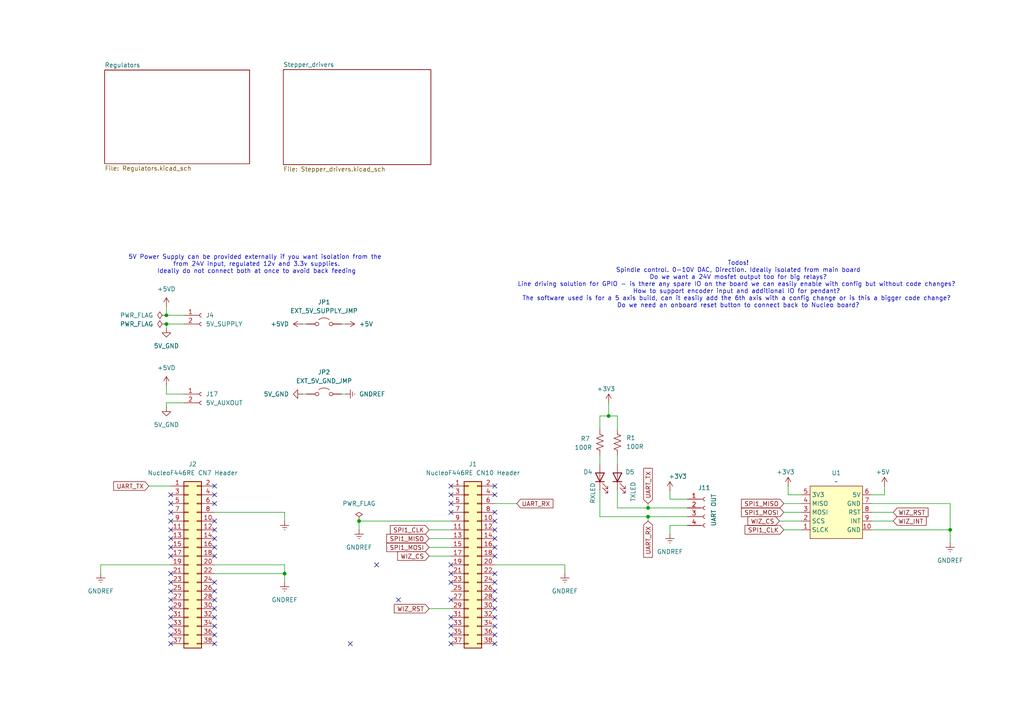
<source format=kicad_sch>
(kicad_sch (version 20250114) (generator "eeschema") (generator_version "9.0")
  (paper "A4")
  (lib_symbols
    (symbol "Connector:Conn_01x02_Socket" (pin_names (offset 1.016) (hide yes))
      (property "Reference" "J" (at 0 2.54 0))
      (property "Value" "Conn_01x02_Socket" (at 0 -5.08 0))
      (symbol "Conn_01x02_Socket_1_1"
        (polyline (pts (xy -1.27 0) (xy -0.508 0)) (stroke (width 0.1524)))
        (polyline (pts (xy -1.27 -2.54) (xy -0.508 -2.54)) (stroke (width 0.1524)))
        (arc (start 0 -0.508) (mid -0.5058 0) (end 0 0.508) (stroke (width 0.1524)))
        (arc (start 0 -3.048) (mid -0.5058 -2.54) (end 0 -2.032) (stroke (width 0.1524)))
        (pin passive line (at -5.08 0 0) (length 3.81) (name "Pin_1") (number "1"))
        (pin passive line (at -5.08 -2.54 0) (length 3.81) (name "Pin_2") (number "2"))
      )
    )
    (symbol "Connector:Conn_01x04_Socket" (pin_names (offset 1.016) (hide yes))
      (property "Reference" "J" (at 0 5.08 0))
      (property "Value" "Conn_01x04_Socket" (at 0 -7.62 0))
      (symbol "Conn_01x04_Socket_1_1"
        (polyline (pts (xy -1.27 2.54) (xy -0.508 2.54)) (stroke (width 0.1524)))
        (polyline (pts (xy -1.27 0) (xy -0.508 0)) (stroke (width 0.1524)))
        (polyline (pts (xy -1.27 -2.54) (xy -0.508 -2.54)) (stroke (width 0.1524)))
        (polyline (pts (xy -1.27 -5.08) (xy -0.508 -5.08)) (stroke (width 0.1524)))
        (arc (start 0 2.032) (mid -0.5058 2.54) (end 0 3.048) (stroke (width 0.1524)))
        (arc (start 0 -0.508) (mid -0.5058 0) (end 0 0.508) (stroke (width 0.1524)))
        (arc (start 0 -3.048) (mid -0.5058 -2.54) (end 0 -2.032) (stroke (width 0.1524)))
        (arc (start 0 -5.588) (mid -0.5058 -5.08) (end 0 -4.572) (stroke (width 0.1524)))
        (pin passive line (at -5.08 2.54 0) (length 3.81) (name "Pin_1") (number "1"))
        (pin passive line (at -5.08 0 0) (length 3.81) (name "Pin_2") (number "2"))
        (pin passive line (at -5.08 -2.54 0) (length 3.81) (name "Pin_3") (number "3"))
        (pin passive line (at -5.08 -5.08 0) (length 3.81) (name "Pin_4") (number "4"))
      )
    )
    (symbol "Connector_Generic:Conn_02x19_Odd_Even" (pin_names (offset 1.016) (hide yes))
      (property "Reference" "J" (at 1.27 25.4 0))
      (property "Value" "Conn_02x19_Odd_Even" (at 1.27 -25.4 0))
      (symbol "Conn_02x19_Odd_Even_1_1"
        (rectangle (start -1.27 24.13) (end 3.81 -24.13) (stroke (width 0.254)) (fill (type background)))
        (rectangle (start -1.27 22.987) (end 0 22.733) (stroke (width 0.1524)))
        (rectangle (start -1.27 20.447) (end 0 20.193) (stroke (width 0.1524)))
        (rectangle (start -1.27 17.907) (end 0 17.653) (stroke (width 0.1524)))
        (rectangle (start -1.27 15.367) (end 0 15.113) (stroke (width 0.1524)))
        (rectangle (start -1.27 12.827) (end 0 12.573) (stroke (width 0.1524)))
        (rectangle (start -1.27 10.287) (end 0 10.033) (stroke (width 0.1524)))
        (rectangle (start -1.27 7.747) (end 0 7.493) (stroke (width 0.1524)))
        (rectangle (start -1.27 5.207) (end 0 4.953) (stroke (width 0.1524)))
        (rectangle (start -1.27 2.667) (end 0 2.413) (stroke (width 0.1524)))
        (rectangle (start -1.27 0.127) (end 0 -0.127) (stroke (width 0.1524)))
        (rectangle (start -1.27 -2.413) (end 0 -2.667) (stroke (width 0.1524)))
        (rectangle (start -1.27 -4.953) (end 0 -5.207) (stroke (width 0.1524)))
        (rectangle (start -1.27 -7.493) (end 0 -7.747) (stroke (width 0.1524)))
        (rectangle (start -1.27 -10.033) (end 0 -10.287) (stroke (width 0.1524)))
        (rectangle (start -1.27 -12.573) (end 0 -12.827) (stroke (width 0.1524)))
        (rectangle (start -1.27 -15.113) (end 0 -15.367) (stroke (width 0.1524)))
        (rectangle (start -1.27 -17.653) (end 0 -17.907) (stroke (width 0.1524)))
        (rectangle (start -1.27 -20.193) (end 0 -20.447) (stroke (width 0.1524)))
        (rectangle (start -1.27 -22.733) (end 0 -22.987) (stroke (width 0.1524)))
        (rectangle (start 3.81 22.987) (end 2.54 22.733) (stroke (width 0.1524)))
        (rectangle (start 3.81 20.447) (end 2.54 20.193) (stroke (width 0.1524)))
        (rectangle (start 3.81 17.907) (end 2.54 17.653) (stroke (width 0.1524)))
        (rectangle (start 3.81 15.367) (end 2.54 15.113) (stroke (width 0.1524)))
        (rectangle (start 3.81 12.827) (end 2.54 12.573) (stroke (width 0.1524)))
        (rectangle (start 3.81 10.287) (end 2.54 10.033) (stroke (width 0.1524)))
        (rectangle (start 3.81 7.747) (end 2.54 7.493) (stroke (width 0.1524)))
        (rectangle (start 3.81 5.207) (end 2.54 4.953) (stroke (width 0.1524)))
        (rectangle (start 3.81 2.667) (end 2.54 2.413) (stroke (width 0.1524)))
        (rectangle (start 3.81 0.127) (end 2.54 -0.127) (stroke (width 0.1524)))
        (rectangle (start 3.81 -2.413) (end 2.54 -2.667) (stroke (width 0.1524)))
        (rectangle (start 3.81 -4.953) (end 2.54 -5.207) (stroke (width 0.1524)))
        (rectangle (start 3.81 -7.493) (end 2.54 -7.747) (stroke (width 0.1524)))
        (rectangle (start 3.81 -10.033) (end 2.54 -10.287) (stroke (width 0.1524)))
        (rectangle (start 3.81 -12.573) (end 2.54 -12.827) (stroke (width 0.1524)))
        (rectangle (start 3.81 -15.113) (end 2.54 -15.367) (stroke (width 0.1524)))
        (rectangle (start 3.81 -17.653) (end 2.54 -17.907) (stroke (width 0.1524)))
        (rectangle (start 3.81 -20.193) (end 2.54 -20.447) (stroke (width 0.1524)))
        (rectangle (start 3.81 -22.733) (end 2.54 -22.987) (stroke (width 0.1524)))
        (pin passive line (at -5.08 22.86 0) (length 3.81) (name "Pin_1") (number "1"))
        (pin passive line (at -5.08 20.32 0) (length 3.81) (name "Pin_3") (number "3"))
        (pin passive line (at -5.08 17.78 0) (length 3.81) (name "Pin_5") (number "5"))
        (pin passive line (at -5.08 15.24 0) (length 3.81) (name "Pin_7") (number "7"))
        (pin passive line (at -5.08 12.7 0) (length 3.81) (name "Pin_9") (number "9"))
        (pin passive line (at -5.08 10.16 0) (length 3.81) (name "Pin_11") (number "11"))
        (pin passive line (at -5.08 7.62 0) (length 3.81) (name "Pin_13") (number "13"))
        (pin passive line (at -5.08 5.08 0) (length 3.81) (name "Pin_15") (number "15"))
        (pin passive line (at -5.08 2.54 0) (length 3.81) (name "Pin_17") (number "17"))
        (pin passive line (at -5.08 0 0) (length 3.81) (name "Pin_19") (number "19"))
        (pin passive line (at -5.08 -2.54 0) (length 3.81) (name "Pin_21") (number "21"))
        (pin passive line (at -5.08 -5.08 0) (length 3.81) (name "Pin_23") (number "23"))
        (pin passive line (at -5.08 -7.62 0) (length 3.81) (name "Pin_25") (number "25"))
        (pin passive line (at -5.08 -10.16 0) (length 3.81) (name "Pin_27") (number "27"))
        (pin passive line (at -5.08 -12.7 0) (length 3.81) (name "Pin_29") (number "29"))
        (pin passive line (at -5.08 -15.24 0) (length 3.81) (name "Pin_31") (number "31"))
        (pin passive line (at -5.08 -17.78 0) (length 3.81) (name "Pin_33") (number "33"))
        (pin passive line (at -5.08 -20.32 0) (length 3.81) (name "Pin_35") (number "35"))
        (pin passive line (at -5.08 -22.86 0) (length 3.81) (name "Pin_37") (number "37"))
        (pin passive line (at 7.62 22.86 180) (length 3.81) (name "Pin_2") (number "2"))
        (pin passive line (at 7.62 20.32 180) (length 3.81) (name "Pin_4") (number "4"))
        (pin passive line (at 7.62 17.78 180) (length 3.81) (name "Pin_6") (number "6"))
        (pin passive line (at 7.62 15.24 180) (length 3.81) (name "Pin_8") (number "8"))
        (pin passive line (at 7.62 12.7 180) (length 3.81) (name "Pin_10") (number "10"))
        (pin passive line (at 7.62 10.16 180) (length 3.81) (name "Pin_12") (number "12"))
        (pin passive line (at 7.62 7.62 180) (length 3.81) (name "Pin_14") (number "14"))
        (pin passive line (at 7.62 5.08 180) (length 3.81) (name "Pin_16") (number "16"))
        (pin passive line (at 7.62 2.54 180) (length 3.81) (name "Pin_18") (number "18"))
        (pin passive line (at 7.62 0 180) (length 3.81) (name "Pin_20") (number "20"))
        (pin passive line (at 7.62 -2.54 180) (length 3.81) (name "Pin_22") (number "22"))
        (pin passive line (at 7.62 -5.08 180) (length 3.81) (name "Pin_24") (number "24"))
        (pin passive line (at 7.62 -7.62 180) (length 3.81) (name "Pin_26") (number "26"))
        (pin passive line (at 7.62 -10.16 180) (length 3.81) (name "Pin_28") (number "28"))
        (pin passive line (at 7.62 -12.7 180) (length 3.81) (name "Pin_30") (number "30"))
        (pin passive line (at 7.62 -15.24 180) (length 3.81) (name "Pin_32") (number "32"))
        (pin passive line (at 7.62 -17.78 180) (length 3.81) (name "Pin_34") (number "34"))
        (pin passive line (at 7.62 -20.32 180) (length 3.81) (name "Pin_36") (number "36"))
        (pin passive line (at 7.62 -22.86 180) (length 3.81) (name "Pin_38") (number "38"))
      )
    )
    (symbol "Device:LED" (pin_numbers (hide yes)) (pin_names (offset 1.016) (hide yes))
      (property "Reference" "D" (at 0 2.54 0))
      (property "Value" "LED" (at 0 -2.54 0))
      (symbol "LED_0_1"
        (polyline (pts (xy -3.048 -0.762) (xy -4.572 -2.286) (xy -3.81 -2.286) (xy -4.572 -2.286) (xy -4.572 -1.524)))
        (polyline (pts (xy -1.778 -0.762) (xy -3.302 -2.286) (xy -2.54 -2.286) (xy -3.302 -2.286) (xy -3.302 -1.524)))
        (polyline (pts (xy -1.27 0) (xy 1.27 0)))
        (polyline (pts (xy -1.27 -1.27) (xy -1.27 1.27)) (stroke (width 0.254)))
        (polyline (pts (xy 1.27 -1.27) (xy 1.27 1.27) (xy -1.27 0) (xy 1.27 -1.27)) (stroke (width 0.254)))
      )
      (symbol "LED_1_1"
        (pin passive line (at -3.81 0 0) (length 2.54) (name "K") (number "1"))
        (pin passive line (at 3.81 0 180) (length 2.54) (name "A") (number "2"))
      )
    )
    (symbol "Device:R_US" (pin_numbers (hide yes)) (pin_names (offset 0))
      (property "Reference" "R" (at 2.54 0 90))
      (property "Value" "R_US" (at -2.54 0 90))
      (symbol "R_US_0_1"
        (polyline (pts (xy 0 2.286) (xy 0 2.54)))
        (polyline (pts (xy 0 2.286) (xy 1.016 1.905) (xy 0 1.524) (xy -1.016 1.143) (xy 0 0.762)))
        (polyline (pts (xy 0 0.762) (xy 1.016 0.381) (xy 0 0) (xy -1.016 -0.381) (xy 0 -0.762)))
        (polyline (pts (xy 0 -0.762) (xy 1.016 -1.143) (xy 0 -1.524) (xy -1.016 -1.905) (xy 0 -2.286)))
        (polyline (pts (xy 0 -2.286) (xy 0 -2.54)))
      )
      (symbol "R_US_1_1"
        (pin passive line (at 0 3.81 270) (length 1.27) (name "~") (number "1"))
        (pin passive line (at 0 -3.81 90) (length 1.27) (name "~") (number "2"))
      )
    )
    (symbol "Jumper:Jumper_2_Open" (pin_numbers (hide yes)) (pin_names (offset 0) (hide yes))
      (property "Reference" "JP" (at 0 2.794 0))
      (property "Value" "Jumper_2_Open" (at 0 -2.286 0))
      (symbol "Jumper_2_Open_0_0"
        (circle (center -2.032 0) (radius 0.508))
        (circle (center 2.032 0) (radius 0.508))
      )
      (symbol "Jumper_2_Open_0_1"
        (arc (start -1.524 1.27) (mid 0 1.778) (end 1.524 1.27))
      )
      (symbol "Jumper_2_Open_1_1"
        (pin passive line (at -5.08 0 0) (length 2.54) (name "A") (number "1"))
        (pin passive line (at 5.08 0 180) (length 2.54) (name "B") (number "2"))
      )
    )
    (symbol "W5500EvalModule:W5500EvalModule"
      (property "Reference" "U" (at 0 0 0))
      (symbol "W5500EvalModule_1_1"
        (rectangle (start -7.62 7.62) (end 7.62 -7.62) (fill (type background)))
        (pin power_in line (at -10.16 5.08 0) (length 2.54) (name "3V3") (number "5"))
        (pin output line (at -10.16 2.54 0) (length 2.54) (name "MISO") (number "4"))
        (pin input line (at -10.16 0 0) (length 2.54) (name "MOSI") (number "3"))
        (pin input line (at -10.16 -2.54 0) (length 2.54) (name "SCS") (number "2"))
        (pin input line (at -10.16 -5.08 0) (length 2.54) (name "SLCK") (number "1"))
        (pin power_in line (at 10.16 5.08 180) (length 2.54) (name "5V") (number "6"))
        (pin power_in line (at 10.16 2.54 180) (length 2.54) (name "GND") (number "7"))
        (pin input line (at 10.16 0 180) (length 2.54) (name "RST") (number "8"))
        (pin output line (at 10.16 -2.54 180) (length 2.54) (name "INT") (number "9"))
        (pin power_in line (at 10.16 -5.08 180) (length 2.54) (name "GND") (number "10"))
      )
    )
    (symbol "power:+3V3" (power) (pin_numbers (hide yes)) (pin_names (offset 0) (hide yes))
      (property "Value" "+3V3" (at 0 3.556 0))
      (symbol "+3V3_0_1"
        (polyline (pts (xy -0.762 1.27) (xy 0 2.54)))
        (polyline (pts (xy 0 2.54) (xy 0.762 1.27)))
        (polyline (pts (xy 0 0) (xy 0 2.54)))
      )
      (symbol "+3V3_1_1"
        (pin power_in line (at 0 0 90) (length 0) (name "~") (number "1"))
      )
    )
    (symbol "power:+5V" (power) (pin_numbers (hide yes)) (pin_names (offset 0) (hide yes))
      (property "Value" "+5V" (at 0 3.556 0))
      (symbol "+5V_0_1"
        (polyline (pts (xy -0.762 1.27) (xy 0 2.54)))
        (polyline (pts (xy 0 2.54) (xy 0.762 1.27)))
        (polyline (pts (xy 0 0) (xy 0 2.54)))
      )
      (symbol "+5V_1_1"
        (pin power_in line (at 0 0 90) (length 0) (name "~") (number "1"))
      )
    )
    (symbol "power:+5VD" (power) (pin_numbers (hide yes)) (pin_names (offset 0) (hide yes))
      (property "Value" "+5VD" (at 0 3.556 0))
      (symbol "+5VD_0_1"
        (polyline (pts (xy -0.762 1.27) (xy 0 2.54)))
        (polyline (pts (xy 0 2.54) (xy 0.762 1.27)))
        (polyline (pts (xy 0 0) (xy 0 2.54)))
      )
      (symbol "+5VD_1_1"
        (pin power_in line (at 0 0 90) (length 0) (name "~") (number "1"))
      )
    )
    (symbol "power:GND1" (power) (pin_numbers (hide yes)) (pin_names (offset 0) (hide yes))
      (property "Value" "GND1" (at 0 -3.81 0))
      (symbol "GND1_0_1"
        (polyline (pts (xy 0 0) (xy 0 -1.27) (xy 1.27 -1.27) (xy 0 -2.54) (xy -1.27 -1.27) (xy 0 -1.27)))
      )
      (symbol "GND1_1_1"
        (pin power_in line (at 0 0 270) (length 0) (name "~") (number "1"))
      )
    )
    (symbol "power:GNDREF" (power) (pin_numbers (hide yes)) (pin_names (offset 0) (hide yes))
      (property "Value" "GNDREF" (at 0 -3.81 0))
      (symbol "GNDREF_0_1"
        (polyline (pts (xy -0.635 -1.905) (xy 0.635 -1.905)))
        (polyline (pts (xy -0.127 -2.54) (xy 0.127 -2.54)))
        (polyline (pts (xy 0 -1.27) (xy 0 0)))
        (polyline (pts (xy 1.27 -1.27) (xy -1.27 -1.27)))
      )
      (symbol "GNDREF_1_1"
        (pin power_in line (at 0 0 270) (length 0) (name "~") (number "1"))
      )
    )
    (symbol "power:PWR_FLAG" (power) (pin_numbers (hide yes)) (pin_names (offset 0) (hide yes))
      (property "Value" "PWR_FLAG" (at 0 3.81 0))
      (symbol "PWR_FLAG_0_0"
        (pin power_out line (at 0 0 90) (length 0) (name "~") (number "1"))
      )
      (symbol "PWR_FLAG_0_1"
        (polyline (pts (xy 0 0) (xy 0 1.27) (xy -1.016 1.905) (xy 0 2.54) (xy 1.016 1.905) (xy 0 1.27)))
      )
    )
  )
  (text "5V Power Supply can be provided externally if you want isolation from the \nfrom 24V input, regulated 12v and 3.3v supplies.\nIdeally do not connect both at once to avoid back feeding\n" (at 74.422 76.708 0) (effects (font (size 1.27 1.27))))
  (text "Todos!\nSpindle control. 0-10V DAC, Direction. Ideally isolated from main board\nDo we want a 24V mosfet output too for big relays?\nLine driving solution for GPIO - is there any spare IO on the board we can easily enable with config but without code changes? \nHow to support encoder input and additional IO for pendant? \nThe software used is for a 5 axis build, can it easily add the 6th axis with a config change or is this a bigger code change? \nDo we need an onboard reset button to connect back to Nucleo board?\n" (at 214.122 82.55 0) (effects (font (size 1.27 1.27))))
  (junction (at 104.14 151.13))
  (junction (at 187.96 147.32))
  (junction (at 82.55 166.37))
  (junction (at 187.96 149.86))
  (junction (at 48.26 93.98))
  (junction (at 176.53 120.65))
  (junction (at 48.26 91.44))
  (junction (at 275.59 153.67))
  (no_connect (at 49.53 161.29))
  (no_connect (at 49.53 148.59))
  (no_connect (at 143.51 173.99))
  (no_connect (at 109.22 163.83))
  (no_connect (at 62.23 146.05))
  (no_connect (at 49.53 158.75))
  (no_connect (at 49.53 168.91))
  (no_connect (at 143.51 184.15))
  (no_connect (at 115.57 173.99))
  (no_connect (at 49.53 186.69))
  (no_connect (at 130.81 184.15))
  (no_connect (at 49.53 179.07))
  (no_connect (at 49.53 181.61))
  (no_connect (at 130.81 163.83))
  (no_connect (at 62.23 181.61))
  (no_connect (at 143.51 168.91))
  (no_connect (at 143.51 179.07))
  (no_connect (at 49.53 176.53))
  (no_connect (at 49.53 171.45))
  (no_connect (at 143.51 148.59))
  (no_connect (at 49.53 146.05))
  (no_connect (at 49.53 143.51))
  (no_connect (at 130.81 146.05))
  (no_connect (at 143.51 143.51))
  (no_connect (at 130.81 148.59))
  (no_connect (at 62.23 176.53))
  (no_connect (at 130.81 186.69))
  (no_connect (at 62.23 186.69))
  (no_connect (at 143.51 176.53))
  (no_connect (at 62.23 171.45))
  (no_connect (at 62.23 168.91))
  (no_connect (at 143.51 151.13))
  (no_connect (at 130.81 173.99))
  (no_connect (at 49.53 151.13))
  (no_connect (at 62.23 184.15))
  (no_connect (at 62.23 153.67))
  (no_connect (at 130.81 140.97))
  (no_connect (at 143.51 156.21))
  (no_connect (at 49.53 153.67))
  (no_connect (at 143.51 166.37))
  (no_connect (at 130.81 181.61))
  (no_connect (at 62.23 140.97))
  (no_connect (at 143.51 181.61))
  (no_connect (at 130.81 168.91))
  (no_connect (at 49.53 173.99))
  (no_connect (at 49.53 156.21))
  (no_connect (at 130.81 143.51))
  (no_connect (at 62.23 151.13))
  (no_connect (at 143.51 140.97))
  (no_connect (at 143.51 171.45))
  (no_connect (at 62.23 179.07))
  (no_connect (at 62.23 158.75))
  (no_connect (at 62.23 156.21))
  (no_connect (at 143.51 186.69))
  (no_connect (at 49.53 184.15))
  (no_connect (at 143.51 161.29))
  (no_connect (at 62.23 161.29))
  (no_connect (at 49.53 166.37))
  (no_connect (at 130.81 166.37))
  (no_connect (at 62.23 143.51))
  (no_connect (at 62.23 173.99))
  (no_connect (at 130.81 179.07))
  (no_connect (at 143.51 158.75))
  (no_connect (at 143.51 153.67))
  (no_connect (at 101.6 186.69))
  (wire (pts (xy 227.33 153.67) (xy 232.41 153.67)))
  (wire (pts (xy 62.23 148.59) (xy 82.55 148.59)))
  (wire (pts (xy 228.6 143.51) (xy 228.6 140.97)))
  (wire (pts (xy 163.83 163.83) (xy 163.83 166.37)))
  (wire (pts (xy 187.96 146.05) (xy 187.96 147.32)))
  (wire (pts (xy 252.73 143.51) (xy 256.54 143.51)))
  (wire (pts (xy 48.26 116.84) (xy 48.26 118.11)))
  (wire (pts (xy 99.06 93.98) (xy 100.33 93.98)))
  (wire (pts (xy 194.31 152.4) (xy 194.31 154.94)))
  (wire (pts (xy 99.06 114.3) (xy 100.33 114.3)))
  (wire (pts (xy 176.53 120.65) (xy 179.07 120.65)))
  (wire (pts (xy 124.46 153.67) (xy 130.81 153.67)))
  (wire (pts (xy 124.46 158.75) (xy 130.81 158.75)))
  (wire (pts (xy 124.46 176.53) (xy 130.81 176.53)))
  (wire (pts (xy 173.99 142.24) (xy 173.99 149.86)))
  (wire (pts (xy 194.31 142.24) (xy 194.31 144.78)))
  (wire (pts (xy 143.51 146.05) (xy 149.86 146.05)))
  (wire (pts (xy 252.73 153.67) (xy 275.59 153.67)))
  (wire (pts (xy 252.73 146.05) (xy 275.59 146.05)))
  (wire (pts (xy 275.59 153.67) (xy 275.59 157.48)))
  (wire (pts (xy 173.99 120.65) (xy 173.99 124.46)))
  (wire (pts (xy 62.23 166.37) (xy 82.55 166.37)))
  (wire (pts (xy 179.07 147.32) (xy 187.96 147.32)))
  (wire (pts (xy 48.26 116.84) (xy 53.34 116.84)))
  (wire (pts (xy 87.63 93.98) (xy 88.9 93.98)))
  (wire (pts (xy 179.07 132.08) (xy 179.07 134.62)))
  (wire (pts (xy 48.26 93.98) (xy 53.34 93.98)))
  (wire (pts (xy 87.63 114.3) (xy 88.9 114.3)))
  (wire (pts (xy 232.41 143.51) (xy 228.6 143.51)))
  (wire (pts (xy 48.26 93.98) (xy 48.26 95.25)))
  (wire (pts (xy 256.54 143.51) (xy 256.54 140.97)))
  (wire (pts (xy 82.55 163.83) (xy 82.55 166.37)))
  (wire (pts (xy 29.21 163.83) (xy 49.53 163.83)))
  (wire (pts (xy 194.31 144.78) (xy 199.39 144.78)))
  (wire (pts (xy 143.51 163.83) (xy 163.83 163.83)))
  (wire (pts (xy 227.33 148.59) (xy 232.41 148.59)))
  (wire (pts (xy 187.96 147.32) (xy 199.39 147.32)))
  (wire (pts (xy 176.53 116.84) (xy 176.53 120.65)))
  (wire (pts (xy 82.55 148.59) (xy 82.55 151.13)))
  (wire (pts (xy 48.26 91.44) (xy 53.34 91.44)))
  (wire (pts (xy 173.99 120.65) (xy 176.53 120.65)))
  (wire (pts (xy 275.59 146.05) (xy 275.59 153.67)))
  (wire (pts (xy 252.73 151.13) (xy 259.08 151.13)))
  (wire (pts (xy 48.26 111.76) (xy 48.26 114.3)))
  (wire (pts (xy 104.14 151.13) (xy 104.14 153.67)))
  (wire (pts (xy 104.14 151.13) (xy 130.81 151.13)))
  (wire (pts (xy 173.99 149.86) (xy 187.96 149.86)))
  (wire (pts (xy 29.21 163.83) (xy 29.21 166.37)))
  (wire (pts (xy 194.31 152.4) (xy 199.39 152.4)))
  (wire (pts (xy 82.55 166.37) (xy 82.55 168.91)))
  (wire (pts (xy 173.99 132.08) (xy 173.99 134.62)))
  (wire (pts (xy 49.53 140.97) (xy 43.18 140.97)))
  (wire (pts (xy 62.23 163.83) (xy 82.55 163.83)))
  (wire (pts (xy 187.96 149.86) (xy 199.39 149.86)))
  (wire (pts (xy 48.26 114.3) (xy 53.34 114.3)))
  (wire (pts (xy 48.26 88.9) (xy 48.26 91.44)))
  (wire (pts (xy 179.07 120.65) (xy 179.07 124.46)))
  (wire (pts (xy 124.46 161.29) (xy 130.81 161.29)))
  (wire (pts (xy 226.06 151.13) (xy 232.41 151.13)))
  (wire (pts (xy 179.07 142.24) (xy 179.07 147.32)))
  (wire (pts (xy 187.96 149.86) (xy 187.96 151.13)))
  (wire (pts (xy 124.46 156.21) (xy 130.81 156.21)))
  (wire (pts (xy 227.33 146.05) (xy 232.41 146.05)))
  (wire (pts (xy 252.73 148.59) (xy 259.08 148.59)))
  (global_label "SPI1_CLK" (shape input) (at 227.33 153.67 180) (property "Intersheetrefs" "${INTERSHEET_REFS}" (effects (hide yes))))
  (global_label "UART_TX" (shape input) (at 187.96 146.05 90) (property "Intersheetrefs" "${INTERSHEET_REFS}" (effects (hide yes))))
  (global_label "WIZ_RST" (shape input) (at 124.46 176.53 180) (property "Intersheetrefs" "${INTERSHEET_REFS}" (effects (hide yes))))
  (global_label "SPI1_MISO" (shape input) (at 227.33 146.05 180) (property "Intersheetrefs" "${INTERSHEET_REFS}" (effects (hide yes))))
  (global_label "SPI1_MOSI" (shape input) (at 124.46 158.75 180) (property "Intersheetrefs" "${INTERSHEET_REFS}" (effects (hide yes))))
  (global_label "SPI1_MISO" (shape input) (at 124.46 156.21 180) (property "Intersheetrefs" "${INTERSHEET_REFS}" (effects (hide yes))))
  (global_label "SPI1_MOSI" (shape input) (at 227.33 148.59 180) (property "Intersheetrefs" "${INTERSHEET_REFS}" (effects (hide yes))))
  (global_label "UART_RX" (shape input) (at 149.86 146.05 0) (property "Intersheetrefs" "${INTERSHEET_REFS}" (effects (hide yes))))
  (global_label "WIZ_RST" (shape input) (at 259.08 148.59 0) (property "Intersheetrefs" "${INTERSHEET_REFS}" (effects (hide yes))))
  (global_label "UART_RX" (shape input) (at 187.96 151.13 270) (property "Intersheetrefs" "${INTERSHEET_REFS}" (effects (hide yes))))
  (global_label "WIZ_CS" (shape input) (at 226.06 151.13 180) (property "Intersheetrefs" "${INTERSHEET_REFS}" (effects (hide yes))))
  (global_label "WIZ_INT" (shape input) (at 259.08 151.13 0) (property "Intersheetrefs" "${INTERSHEET_REFS}" (effects (hide yes))))
  (global_label "SPI1_CLK" (shape input) (at 124.46 153.67 180) (property "Intersheetrefs" "${INTERSHEET_REFS}" (effects (hide yes))))
  (global_label "WIZ_CS" (shape input) (at 124.46 161.29 180) (property "Intersheetrefs" "${INTERSHEET_REFS}" (effects (hide yes))))
  (global_label "UART_TX" (shape input) (at 43.18 140.97 180) (property "Intersheetrefs" "${INTERSHEET_REFS}" (effects (hide yes))))
  (symbol (lib_id "Connector_Generic:Conn_02x19_Odd_Even") (at 54.61 163.83 0) (unit 1) (in_bom no)
    (property "Reference" "J2" (at 55.88 134.62 0))
    (property "Value" "NucleoF446RE CN7 Header" (at 55.88 137.16 0))
    (property "Footprint" "Connector_PinHeader_2.54mm:PinHeader_2x19_P2.54mm_Vertical" (effects (hide yes)))
    (property "Description" "Generic connector, double row, 02x19, odd/even pin numbering scheme (row 1 odd numbers, row 2 even numbers), script generated (kicad-library-utils/schlib/autogen/connector/)" (effects (hide yes)))
  )
  (symbol (lib_id "power:GND1") (at 48.26 118.11 0) (unit 1)
    (property "Reference" "#PWR071" (effects (hide yes)))
    (property "Value" "5V_GND" (at 48.26 123.19 0))
    (property "Description" "Power symbol creates a global label with name \"GND1\" , ground" (effects (hide yes)))
  )
  (symbol (lib_id "power:PWR_FLAG") (at 104.14 151.13 0) (unit 1)
    (property "Reference" "#FLG03" (effects (hide yes)))
    (property "Value" "PWR_FLAG" (at 104.14 146.05 0))
    (property "Description" "Special symbol for telling ERC where power comes from" (effects (hide yes)))
  )
  (symbol (lib_id "power:GNDREF") (at 100.33 114.3 90) (unit 1)
    (property "Reference" "#PWR027" (effects (hide yes)))
    (property "Value" "GNDREF" (at 104.14 114.2999 90) (effects (justify right)))
    (property "Description" "Power symbol creates a global label with name \"GNDREF\" , reference supply ground" (effects (hide yes)))
  )
  (symbol (lib_id "Connector:Conn_01x02_Socket") (at 58.42 114.3 0) (unit 1) (in_bom no)
    (property "Reference" "J17" (at 59.69 114.2999 0) (effects (justify left)))
    (property "Value" "5V_AUXOUT" (at 59.69 116.8399 0) (effects (justify left)))
    (property "Description" "Generic connector, single row, 01x02, script generated" (effects (hide yes)))
  )
  (symbol (lib_id "power:GNDREF") (at 194.31 154.94 0) (unit 1)
    (property "Reference" "#PWR0100" (effects (hide yes)))
    (property "Value" "GNDREF" (at 194.31 160.02 0))
    (property "Description" "Power symbol creates a global label with name \"GNDREF\" , reference supply ground" (effects (hide yes)))
  )
  (symbol (lib_id "power:+5V") (at 100.33 93.98 270) (unit 1)
    (property "Reference" "#PWR016" (effects (hide yes)))
    (property "Value" "+5V" (at 104.14 93.9799 90) (effects (justify left)))
    (property "Description" "Power symbol creates a global label with name \"+5V\"" (effects (hide yes)))
  )
  (symbol (lib_id "power:GNDREF") (at 82.55 151.13 0) (unit 1)
    (property "Reference" "#PWR03" (effects (hide yes)))
    (property "Value" "GNDREF" (effects (hide yes)))
    (property "Description" "Power symbol creates a global label with name \"GNDREF\" , reference supply ground" (effects (hide yes)))
  )
  (symbol (lib_id "Connector:Conn_01x04_Socket") (at 204.47 147.32 0) (unit 1)
    (property "Reference" "J11" (at 202.438 141.478 0) (effects (justify left)))
    (property "Value" "UART OUT" (at 207.01 152.654 90) (effects (justify left)))
    (property "Description" "Generic connector, single row, 01x04, script generated" (effects (hide yes)))
  )
  (symbol (lib_id "Jumper:Jumper_2_Open") (at 93.98 114.3 0) (unit 1) (in_bom no)
    (property "Reference" "JP2" (at 93.98 107.95 0))
    (property "Value" "EXT_5V_GND_JMP" (at 93.98 110.49 0))
    (property "Footprint" "Jumper:SolderJumper-2_P1.3mm_Open_TrianglePad1.0x1.5mm" (effects (hide yes)))
    (property "Description" "Jumper, 2-pole, open" (effects (hide yes)))
  )
  (symbol (lib_id "power:GNDREF") (at 104.14 153.67 0) (unit 1)
    (property "Reference" "#PWR01" (effects (hide yes)))
    (property "Value" "GNDREF" (at 104.14 158.75 0))
    (property "Description" "Power symbol creates a global label with name \"GNDREF\" , reference supply ground" (effects (hide yes)))
  )
  (symbol (lib_id "Connector:Conn_01x02_Socket") (at 58.42 91.44 0) (unit 1) (in_bom no)
    (property "Reference" "J4" (at 59.69 91.4399 0) (effects (justify left)))
    (property "Value" "5V_SUPPLY" (at 59.69 93.9799 0) (effects (justify left)))
    (property "Description" "Generic connector, single row, 01x02, script generated" (effects (hide yes)))
  )
  (symbol (lib_id "power:PWR_FLAG") (at 48.26 91.44 90) (unit 1)
    (property "Reference" "#FLG04" (effects (hide yes)))
    (property "Value" "PWR_FLAG" (at 44.45 91.4399 90) (effects (justify left)))
    (property "Description" "Special symbol for telling ERC where power comes from" (effects (hide yes)))
  )
  (symbol (lib_id "Device:R_US") (at 173.99 128.27 0) (unit 1)
    (property "Reference" "R7" (at 168.402 127.254 0) (effects (justify left)))
    (property "Value" "100R" (at 166.624 129.794 0) (effects (justify left)))
    (property "Description" "Resistor, US symbol" (effects (hide yes)))
  )
  (symbol (lib_id "power:GNDREF") (at 275.59 157.48 0) (unit 1)
    (property "Reference" "#PWR010" (effects (hide yes)))
    (property "Value" "GNDREF" (at 275.59 162.56 0))
    (property "Description" "Power symbol creates a global label with name \"GNDREF\" , reference supply ground" (effects (hide yes)))
  )
  (symbol (lib_id "Device:LED") (at 179.07 138.43 90) (unit 1)
    (property "Reference" "D5" (at 181.356 136.906 90) (effects (justify right)))
    (property "Value" "TXLED" (at 183.642 139.7 0) (effects (justify right)))
    (property "Description" "Light emitting diode" (effects (hide yes)))
    (property "Sim.Pins" "1=K 2=A" (effects (hide yes)))
  )
  (symbol (lib_id "power:PWR_FLAG") (at 48.26 93.98 90) (unit 1)
    (property "Reference" "#FLG05" (effects (hide yes)))
    (property "Value" "PWR_FLAG" (at 44.45 93.9799 90) (effects (justify left)))
    (property "Description" "Special symbol for telling ERC where power comes from" (effects (hide yes)))
  )
  (symbol (lib_id "power:GNDREF") (at 82.55 168.91 0) (unit 1)
    (property "Reference" "#PWR05" (effects (hide yes)))
    (property "Value" "GNDREF" (at 82.55 173.99 0))
    (property "Description" "Power symbol creates a global label with name \"GNDREF\" , reference supply ground" (effects (hide yes)))
  )
  (symbol (lib_id "power:+5V") (at 256.54 140.97 0) (unit 1)
    (property "Reference" "#PWR09" (effects (hide yes)))
    (property "Value" "+5V" (at 256.032 136.906 0))
    (property "Description" "Power symbol creates a global label with name \"+5V\"" (effects (hide yes)))
  )
  (symbol (lib_id "power:GNDREF") (at 163.83 166.37 0) (unit 1)
    (property "Reference" "#PWR02" (effects (hide yes)))
    (property "Value" "GNDREF" (at 163.83 171.45 0))
    (property "Description" "Power symbol creates a global label with name \"GNDREF\" , reference supply ground" (effects (hide yes)))
  )
  (symbol (lib_id "power:+3V3") (at 194.31 142.24 0) (unit 1)
    (property "Reference" "#PWR0101" (effects (hide yes)))
    (property "Value" "+3V3" (at 196.596 138.176 0))
    (property "Description" "Power symbol creates a global label with name \"+3V3\"" (effects (hide yes)))
  )
  (symbol (lib_id "power:GND1") (at 87.63 114.3 270) (unit 1)
    (property "Reference" "#PWR026" (effects (hide yes)))
    (property "Value" "5V_GND" (at 83.82 114.2999 90) (effects (justify right)))
    (property "Description" "Power symbol creates a global label with name \"GND1\" , ground" (effects (hide yes)))
  )
  (symbol (lib_id "power:+5VD") (at 48.26 88.9 0) (unit 1)
    (property "Reference" "#PWR018" (effects (hide yes)))
    (property "Value" "+5VD" (at 48.26 83.82 0))
    (property "Description" "Power symbol creates a global label with name \"+5VD\"" (effects (hide yes)))
  )
  (symbol (lib_id "Jumper:Jumper_2_Open") (at 93.98 93.98 0) (unit 1) (in_bom no)
    (property "Reference" "JP1" (at 93.98 87.63 0))
    (property "Value" "EXT_5V_SUPPLY_JMP" (at 93.98 90.17 0))
    (property "Footprint" "Jumper:SolderJumper-2_P1.3mm_Open_TrianglePad1.0x1.5mm" (effects (hide yes)))
    (property "Description" "Jumper, 2-pole, open" (effects (hide yes)))
  )
  (symbol (lib_id "power:+5VD") (at 87.63 93.98 90) (unit 1)
    (property "Reference" "#PWR025" (effects (hide yes)))
    (property "Value" "+5VD" (at 83.82 93.9799 90) (effects (justify left)))
    (property "Description" "Power symbol creates a global label with name \"+5VD\"" (effects (hide yes)))
  )
  (symbol (lib_id "W5500EvalModule:W5500EvalModule") (at 242.57 148.59 0) (unit 1)
    (property "Reference" "U1" (at 242.57 137.16 0))
    (property "Value" "~" (at 242.57 139.7 0))
    (property "Footprint" "W5500EvalModule:W5500EvalModule" (effects (hide yes)))
  )
  (symbol (lib_id "power:+3V3") (at 176.53 116.84 0) (unit 1)
    (property "Reference" "#PWR0102" (effects (hide yes)))
    (property "Value" "+3V3" (at 175.768 112.776 0))
    (property "Description" "Power symbol creates a global label with name \"+3V3\"" (effects (hide yes)))
  )
  (symbol (lib_id "Connector_Generic:Conn_02x19_Odd_Even") (at 135.89 163.83 0) (unit 1) (in_bom no)
    (property "Reference" "J1" (at 137.16 134.62 0))
    (property "Value" "NucleoF446RE CN10 Header" (at 137.16 137.16 0))
    (property "Footprint" "Connector_PinHeader_2.54mm:PinHeader_2x19_P2.54mm_Vertical" (effects (hide yes)))
    (property "Description" "Generic connector, double row, 02x19, odd/even pin numbering scheme (row 1 odd numbers, row 2 even numbers), script generated (kicad-library-utils/schlib/autogen/connector/)" (effects (hide yes)))
  )
  (symbol (lib_id "power:GND1") (at 48.26 95.25 0) (unit 1)
    (property "Reference" "#PWR023" (effects (hide yes)))
    (property "Value" "5V_GND" (at 48.26 100.33 0))
    (property "Description" "Power symbol creates a global label with name \"GND1\" , ground" (effects (hide yes)))
  )
  (symbol (lib_id "Device:LED") (at 173.99 138.43 90) (unit 1)
    (property "Reference" "D4" (at 169.164 136.906 90) (effects (justify right)))
    (property "Value" "RXLED" (at 171.958 139.954 0) (effects (justify right)))
    (property "Description" "Light emitting diode" (effects (hide yes)))
    (property "Sim.Pins" "1=K 2=A" (effects (hide yes)))
  )
  (symbol (lib_id "power:GNDREF") (at 29.21 166.37 0) (unit 1)
    (property "Reference" "#PWR04" (effects (hide yes)))
    (property "Value" "GNDREF" (at 29.21 171.45 0))
    (property "Description" "Power symbol creates a global label with name \"GNDREF\" , reference supply ground" (effects (hide yes)))
  )
  (symbol (lib_id "Device:R_US") (at 179.07 128.27 0) (unit 1)
    (property "Reference" "R1" (at 181.61 126.9999 0) (effects (justify left)))
    (property "Value" "100R" (at 181.61 129.5399 0) (effects (justify left)))
    (property "Description" "Resistor, US symbol" (effects (hide yes)))
  )
  (symbol (lib_id "power:+5VD") (at 48.26 111.76 0) (unit 1)
    (property "Reference" "#PWR070" (effects (hide yes)))
    (property "Value" "+5VD" (at 48.26 106.68 0))
    (property "Description" "Power symbol creates a global label with name \"+5VD\"" (effects (hide yes)))
  )
  (symbol (lib_id "power:+3V3") (at 228.6 140.97 0) (unit 1)
    (property "Reference" "#PWR08" (effects (hide yes)))
    (property "Value" "+3V3" (at 227.838 136.906 0))
    (property "Description" "Power symbol creates a global label with name \"+3V3\"" (effects (hide yes)))
  )
  (sheet (at 82.169 20.193) (size 42.799 27.559) (stroke (width 0.1524))
    (property "Sheetname" "Stepper_drivers" (at 82.169 19.4814 0) (effects (justify left bottom)))
    (property "Sheetfile" "Stepper_drivers.kicad_sch" (at 82.169 48.3366 0) (effects (justify left top)))
  )
  (sheet (at 30.353 20.32) (size 42.037 27.178) (stroke (width 0.1524))
    (property "Sheetname" "Regulators" (at 30.353 19.6084 0) (effects (justify left bottom)))
    (property "Sheetfile" "Regulators.kicad_sch" (at 30.353 48.0826 0) (effects (justify left top)))
  )
)
</source>
